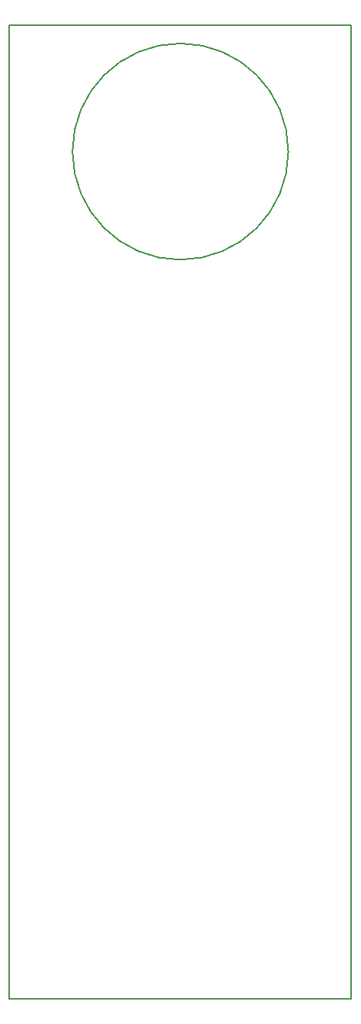
<source format=gm1>
G04 #@! TF.GenerationSoftware,KiCad,Pcbnew,(5.0.2)-1*
G04 #@! TF.CreationDate,2019-04-04T16:09:54+02:00*
G04 #@! TF.ProjectId,Corona_mainBoard,436f726f-6e61-45f6-9d61-696e426f6172,1*
G04 #@! TF.SameCoordinates,Original*
G04 #@! TF.FileFunction,Profile,NP*
%FSLAX46Y46*%
G04 Gerber Fmt 4.6, Leading zero omitted, Abs format (unit mm)*
G04 Created by KiCad (PCBNEW (5.0.2)-1) date 04/04/2019 16:09:54*
%MOMM*%
%LPD*%
G01*
G04 APERTURE LIST*
%ADD10C,0.200000*%
G04 APERTURE END LIST*
D10*
X0Y-108000000D02*
X38000000Y-108000000D01*
X38000000Y0D02*
X38000000Y-108000000D01*
X0Y-108000000D02*
X0Y0D01*
X0Y0D02*
X38000000Y0D01*
X31000000Y-14000000D02*
G75*
G03X31000000Y-14000000I-12000000J0D01*
G01*
M02*

</source>
